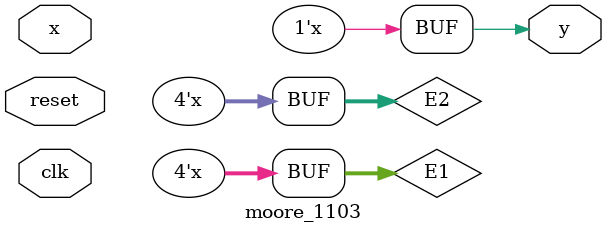
<source format=v>
module moore_1103 ( y, x, clk, reset );
`define found 1
`define notfound 0
output y;
input x;
input clk;
input reset;
reg y;
parameter // Identificadores de estado
start = 4'b0000,
id1 = 4'b0001,
id10 = 4'b0010,
id100 = 4'b0100,
id1001 = 4'b1001, // sequência encontrada
id10010 = 4'b1010; // sequência encontrada
reg [3:0] E1; // variáveis de estado atual
reg [3:0] E2; // lógica de próximo estado
// lógica de próximo estado
always @( x or E1 )
begin
case ( E1 )
start:
if ( x )
E2 = id1;
else
E2 = start;
id1:
if ( x )
E2 = id1;
else
E2 = id10;
id10:
if ( x )
E2 = id10;
else
E2 = id100;
id100:
if ( x )
E2 = id1001;
else
E2 = start;
id1001:
if ( x )
E2 = start;
else
E2 = id10010;
id10010:
E1 = id10010;
default: // estado indefinido
E2 = 4'bxxxx;
endcase
end // sempre em sinal ou estado mudando
// variáveis de estado
always @( posedge clk or negedge reset )
begin
if ( reset )
E1 = E2; // atualiza estado atual
else
E1 = 0; // reset
end // sempre em sinal mudando
// lógica de saída
always @( E1 )
begin
y = (E1 == id10010); // O bit de saída é 1 quando a sequência 10010 é reconhecida
end // sempre em estado mudando
endmodule // moore_1103

</source>
